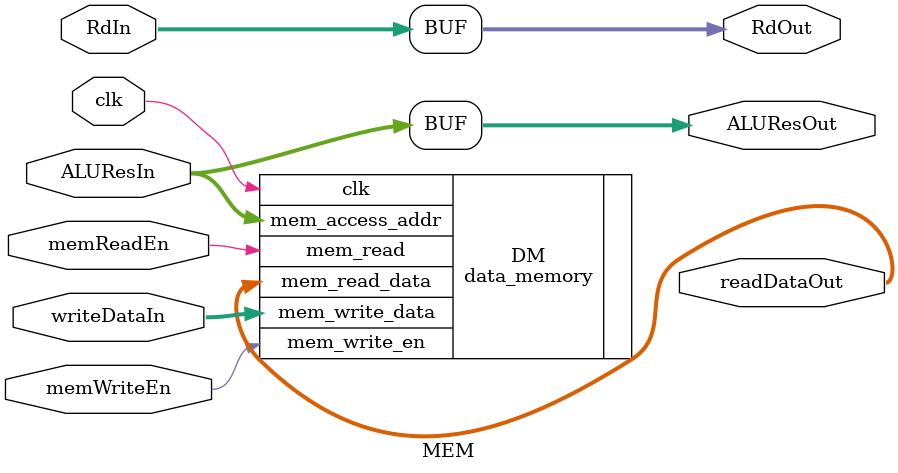
<source format=sv>
module MEM(input clk, memWriteEn, memReadEn, input [2:0] RdIn,
  input[7:0] ALUResIn, writeDataIn, output logic[2:0] RdOut,
  output logic[7:0] readDataOut,ALUResOut);
	data_memory DM(.clk(clk), .mem_access_addr(ALUResIn), .mem_write_data(writeDataIn),  
      .mem_write_en(memWriteEn), .mem_read(memReadEn), .mem_read_data(readDataOut)); 
	assign ALUResOut = ALUResIn;
	assign RdOut = RdIn;
endmodule
</source>
